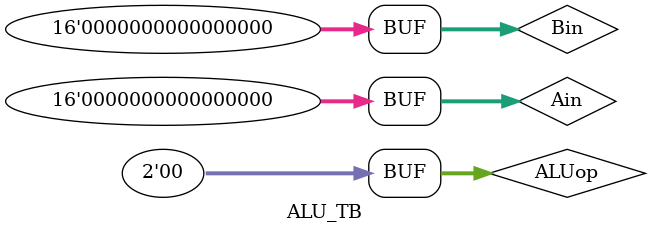
<source format=v>
/* BINARY MULTIPLEXER
  k bits wide
  a1 = 1
  a0 = 0 */
module multiplexer2 (a1, a0, s, b);
    parameter k = 16;
    input [k-1:0] a0, a1; //inputs
    input s; //binary select
    output reg [k-1:0] b;
    //Selects b equal to an a depending on input hot-code
    always @(*) begin
      case(s)
        1'b0: b = a0;
        1'b1: b = a1;
        default: b = {k{1'bx}};
      endcase
    end
endmodule

/* 8 INPUT MULTIPLEXER
    K-bits wide
    One-hot select */
module multiplexer8 (a7, a6, a5, a4, a3, a2, a1, a0, s, b);
  parameter k = 1;
  input [k-1:0] a0, a1, a2, a3, a4, a5, a6, a7; //inputs
  input [7:0] s; //one-hot select
  output reg [k-1:0] b;
  //Selects b equal to an a depending on input hot-code
  always @(*) begin
    case(s)
      8'b00000001: b = a0;
      8'b00000010: b = a1;
      8'b00000100: b = a2;
      8'b00001000: b = a3;
      8'b00010000: b = a4;
      8'b00100000: b = a5;
      8'b01000000: b = a6;
      8'b10000000: b = a7;
      default: b = {k{1'bx}};
    endcase
  end
endmodule

// register with load enable
module vDFFE(clk, en, in, out); 
  parameter n = 16; // width 
  input clk, en; 
  input [n-1:0] in; 
  output [n-1:0] out; 
  reg [n-1:0] out; 
  wire [n-1:0] next_out; 
  
  assign next_out = en ? in : out; 
  
  always @(posedge clk) 
    out = next_out; 
endmodule 

/* BINARY TO ONE-HOT CODE DECODER 
    Converts Binary to a one-hot code
    m = width of binary bus
    n = width of one-hotcode bus
    m <= 2^n  */
module decoder(Binary_in, hotcode_out);
    parameter n = 3;
    parameter m = 8;

    input  [n-1:0] Binary_in;
    output [m-1:0] hotcode_out;

    wire [m-1:0] hotcode_out = 1 << Binary_in;
endmodule

/* SHIFTER 
  Shifts the bits in a 16 bit bus in a direction depending on the 'shift' input*/
module shifter16(in, shift, out);
    input [15:0] in;
    input [1:0] shift;  
    output reg [15:0] out;
    /*
    If shift == 00, nothing get's shifted
    If shift == 01, get's shifted 1 left, right-most bit is 0
    If shift == 10, get's shifted 1 right, right most bit is 0
    If shift == 11, get's shifted 1 right, right most bit privious value is copied
    */
    always @(*) begin
        case(shift)
          2'b00: out = in;
          2'b01: begin
                   out = in<<1;
                   out[0] = 1'b0;
                 end
          2'b10: begin
                   out = in>>1;
                   out[15] = 1'b0;
                 end
          2'b11: begin
                   out = in>>1;
                   out[15] = out[14];
                 end
        endcase
    end
endmodule

/* ALU
    Does arithmetic on two 16 bit input, depending on what ALUop input is*/
module ALU(Ain, Bin, ALUop, out, status);
    input [15:0] Ain, Bin;
    input [1:0] ALUop;
    output reg [15:0] out;
    output reg status;
    /*
    If ALUop == 00, add inputs
    If ALUop == 01, subtract inputs
    If ALUop == 10, AND inputs
    If ALUop == 11, NOT b-input
    */
    always @(*) begin
        case(ALUop)
        2'b00: out = Ain[15:0] + Bin[15:0];
        2'b01: out = Ain - Bin;
        2'b10: out = Ain & Bin;
        2'b11: out = ~Bin;
        endcase

        if (out==16'b0) status = 1;
        else status = 0;
    end
endmodule

module ALU_TB();
  reg[15:0] Ain, Bin;
  reg [1:0] ALUop;
  wire[15:0] out;
  wire status;
  ALU dut(Ain, Bin, ALUop, out, status);
  initial begin
    Ain = 1;
    Bin = 0;
    ALUop = 0;
    #5;
    Ain = 0;
    Bin = 0;
    ALUop = 0;
    #5;
  end
endmodule
</source>
